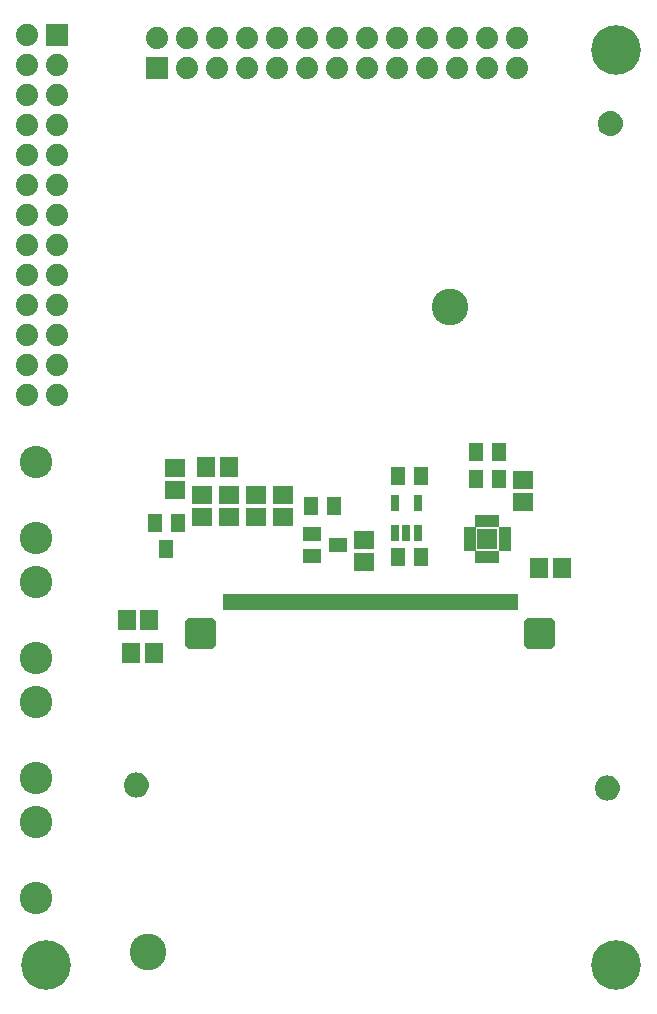
<source format=gbr>
G04 EAGLE Gerber RS-274X export*
G75*
%MOMM*%
%FSLAX34Y34*%
%LPD*%
%INSoldermask Top*%
%IPPOS*%
%AMOC8*
5,1,8,0,0,1.08239X$1,22.5*%
G01*
%ADD10R,1.703200X1.503200*%
%ADD11R,1.203200X1.603200*%
%ADD12R,0.753200X1.403200*%
%ADD13R,1.303200X1.603200*%
%ADD14R,1.603200X1.203200*%
%ADD15R,0.478200X1.403200*%
%ADD16C,0.806991*%
%ADD17R,1.703200X1.703200*%
%ADD18R,1.003200X0.483200*%
%ADD19R,0.483200X1.003200*%
%ADD20R,1.503200X1.703200*%
%ADD21R,1.879600X1.879600*%
%ADD22C,1.879600*%
%ADD23C,3.103200*%
%ADD24C,4.203200*%
%ADD25C,2.743200*%

G36*
X517412Y740090D02*
X517412Y740090D01*
X517455Y740102D01*
X517521Y740109D01*
X519204Y740560D01*
X519245Y740579D01*
X519308Y740598D01*
X520888Y741335D01*
X520925Y741361D01*
X520984Y741390D01*
X522412Y742390D01*
X522443Y742422D01*
X522496Y742461D01*
X523729Y743694D01*
X523754Y743730D01*
X523800Y743778D01*
X524800Y745206D01*
X524818Y745247D01*
X524855Y745302D01*
X525592Y746882D01*
X525603Y746925D01*
X525630Y746986D01*
X526081Y748669D01*
X526083Y748701D01*
X526090Y748722D01*
X526090Y748737D01*
X526100Y748778D01*
X526252Y750515D01*
X526248Y750559D01*
X526252Y750625D01*
X526100Y752362D01*
X526088Y752405D01*
X526081Y752471D01*
X525630Y754154D01*
X525611Y754195D01*
X525592Y754258D01*
X524855Y755838D01*
X524829Y755875D01*
X524800Y755934D01*
X523800Y757362D01*
X523768Y757393D01*
X523729Y757446D01*
X522496Y758679D01*
X522460Y758704D01*
X522412Y758750D01*
X520984Y759750D01*
X520943Y759768D01*
X520888Y759805D01*
X519308Y760542D01*
X519265Y760553D01*
X519204Y760580D01*
X517521Y761031D01*
X517476Y761034D01*
X517412Y761050D01*
X515675Y761202D01*
X515631Y761198D01*
X515565Y761202D01*
X513828Y761050D01*
X513785Y761038D01*
X513719Y761031D01*
X512036Y760580D01*
X511995Y760561D01*
X511932Y760542D01*
X510352Y759805D01*
X510315Y759779D01*
X510256Y759750D01*
X508828Y758750D01*
X508797Y758718D01*
X508744Y758679D01*
X507511Y757446D01*
X507486Y757410D01*
X507440Y757362D01*
X506440Y755934D01*
X506422Y755893D01*
X506385Y755838D01*
X505648Y754258D01*
X505637Y754215D01*
X505610Y754154D01*
X505159Y752471D01*
X505156Y752426D01*
X505140Y752362D01*
X504988Y750625D01*
X504992Y750581D01*
X504988Y750515D01*
X505140Y748778D01*
X505152Y748735D01*
X505156Y748701D01*
X505156Y748685D01*
X505158Y748680D01*
X505159Y748669D01*
X505610Y746986D01*
X505629Y746945D01*
X505648Y746882D01*
X506385Y745302D01*
X506411Y745265D01*
X506440Y745206D01*
X507440Y743778D01*
X507472Y743747D01*
X507511Y743694D01*
X508744Y742461D01*
X508780Y742436D01*
X508828Y742390D01*
X510256Y741390D01*
X510297Y741372D01*
X510352Y741335D01*
X511932Y740598D01*
X511975Y740587D01*
X512036Y740560D01*
X513719Y740109D01*
X513764Y740106D01*
X513828Y740090D01*
X515565Y739938D01*
X515609Y739942D01*
X515675Y739938D01*
X517412Y740090D01*
G37*
G36*
X116092Y180020D02*
X116092Y180020D01*
X116135Y180032D01*
X116201Y180039D01*
X117884Y180490D01*
X117925Y180509D01*
X117988Y180528D01*
X119568Y181265D01*
X119605Y181291D01*
X119664Y181320D01*
X121092Y182320D01*
X121123Y182352D01*
X121176Y182391D01*
X122409Y183624D01*
X122434Y183660D01*
X122480Y183708D01*
X123480Y185136D01*
X123498Y185177D01*
X123535Y185232D01*
X124272Y186812D01*
X124283Y186855D01*
X124310Y186916D01*
X124761Y188599D01*
X124763Y188631D01*
X124770Y188652D01*
X124770Y188667D01*
X124780Y188708D01*
X124932Y190445D01*
X124928Y190489D01*
X124932Y190555D01*
X124780Y192292D01*
X124768Y192335D01*
X124761Y192401D01*
X124310Y194084D01*
X124291Y194125D01*
X124272Y194188D01*
X123535Y195768D01*
X123509Y195805D01*
X123480Y195864D01*
X122480Y197292D01*
X122448Y197323D01*
X122409Y197376D01*
X121176Y198609D01*
X121140Y198634D01*
X121092Y198680D01*
X119664Y199680D01*
X119623Y199698D01*
X119568Y199735D01*
X117988Y200472D01*
X117945Y200483D01*
X117884Y200510D01*
X116201Y200961D01*
X116156Y200964D01*
X116092Y200980D01*
X114355Y201132D01*
X114311Y201128D01*
X114245Y201132D01*
X112508Y200980D01*
X112465Y200968D01*
X112399Y200961D01*
X110716Y200510D01*
X110675Y200491D01*
X110612Y200472D01*
X109032Y199735D01*
X108995Y199709D01*
X108936Y199680D01*
X107508Y198680D01*
X107477Y198648D01*
X107424Y198609D01*
X106191Y197376D01*
X106166Y197340D01*
X106120Y197292D01*
X105120Y195864D01*
X105102Y195823D01*
X105065Y195768D01*
X104328Y194188D01*
X104317Y194145D01*
X104290Y194084D01*
X103839Y192401D01*
X103836Y192356D01*
X103820Y192292D01*
X103668Y190555D01*
X103672Y190511D01*
X103668Y190445D01*
X103820Y188708D01*
X103832Y188665D01*
X103836Y188631D01*
X103836Y188615D01*
X103838Y188610D01*
X103839Y188599D01*
X104290Y186916D01*
X104309Y186875D01*
X104328Y186812D01*
X105065Y185232D01*
X105091Y185195D01*
X105120Y185136D01*
X106120Y183708D01*
X106152Y183677D01*
X106191Y183624D01*
X107424Y182391D01*
X107460Y182366D01*
X107508Y182320D01*
X108936Y181320D01*
X108977Y181302D01*
X109032Y181265D01*
X110612Y180528D01*
X110655Y180517D01*
X110716Y180490D01*
X112399Y180039D01*
X112444Y180036D01*
X112508Y180020D01*
X114245Y179868D01*
X114289Y179872D01*
X114355Y179868D01*
X116092Y180020D01*
G37*
G36*
X514872Y177480D02*
X514872Y177480D01*
X514915Y177492D01*
X514981Y177499D01*
X516664Y177950D01*
X516705Y177969D01*
X516768Y177988D01*
X518348Y178725D01*
X518385Y178751D01*
X518444Y178780D01*
X519872Y179780D01*
X519903Y179812D01*
X519956Y179851D01*
X521189Y181084D01*
X521214Y181120D01*
X521260Y181168D01*
X522260Y182596D01*
X522278Y182637D01*
X522315Y182692D01*
X523052Y184272D01*
X523063Y184315D01*
X523090Y184376D01*
X523541Y186059D01*
X523543Y186091D01*
X523550Y186112D01*
X523550Y186127D01*
X523560Y186168D01*
X523712Y187905D01*
X523708Y187949D01*
X523712Y188015D01*
X523560Y189752D01*
X523548Y189795D01*
X523541Y189861D01*
X523090Y191544D01*
X523071Y191585D01*
X523052Y191648D01*
X522315Y193228D01*
X522289Y193265D01*
X522260Y193324D01*
X521260Y194752D01*
X521228Y194783D01*
X521189Y194836D01*
X519956Y196069D01*
X519920Y196094D01*
X519872Y196140D01*
X518444Y197140D01*
X518403Y197158D01*
X518348Y197195D01*
X516768Y197932D01*
X516725Y197943D01*
X516664Y197970D01*
X514981Y198421D01*
X514936Y198424D01*
X514872Y198440D01*
X513135Y198592D01*
X513091Y198588D01*
X513025Y198592D01*
X511288Y198440D01*
X511245Y198428D01*
X511179Y198421D01*
X509496Y197970D01*
X509455Y197951D01*
X509392Y197932D01*
X507812Y197195D01*
X507775Y197169D01*
X507716Y197140D01*
X506288Y196140D01*
X506257Y196108D01*
X506204Y196069D01*
X504971Y194836D01*
X504946Y194800D01*
X504900Y194752D01*
X503900Y193324D01*
X503882Y193283D01*
X503845Y193228D01*
X503108Y191648D01*
X503097Y191605D01*
X503070Y191544D01*
X502619Y189861D01*
X502616Y189816D01*
X502600Y189752D01*
X502448Y188015D01*
X502452Y187971D01*
X502448Y187905D01*
X502600Y186168D01*
X502612Y186125D01*
X502616Y186091D01*
X502616Y186075D01*
X502618Y186070D01*
X502619Y186059D01*
X503070Y184376D01*
X503089Y184335D01*
X503108Y184272D01*
X503845Y182692D01*
X503871Y182655D01*
X503900Y182596D01*
X504900Y181168D01*
X504932Y181137D01*
X504971Y181084D01*
X506204Y179851D01*
X506240Y179826D01*
X506288Y179780D01*
X507716Y178780D01*
X507757Y178762D01*
X507812Y178725D01*
X509392Y177988D01*
X509435Y177977D01*
X509496Y177950D01*
X511179Y177499D01*
X511224Y177496D01*
X511288Y177480D01*
X513025Y177328D01*
X513069Y177332D01*
X513135Y177328D01*
X514872Y177480D01*
G37*
D10*
X170180Y436220D03*
X170180Y417220D03*
X193040Y436220D03*
X193040Y417220D03*
X215900Y436220D03*
X215900Y417220D03*
X238760Y436220D03*
X238760Y417220D03*
D11*
X139700Y390320D03*
X130200Y412320D03*
X149200Y412320D03*
D10*
X147320Y459080D03*
X147320Y440080D03*
D12*
X333400Y403560D03*
X342900Y403560D03*
X352400Y403560D03*
X352400Y429560D03*
X333400Y429560D03*
D13*
X401480Y449580D03*
X421480Y449580D03*
X281780Y426720D03*
X261780Y426720D03*
X401480Y472440D03*
X421480Y472440D03*
X335440Y452120D03*
X355440Y452120D03*
X355440Y383540D03*
X335440Y383540D03*
D14*
X285320Y393700D03*
X263320Y384200D03*
X263320Y403200D03*
D15*
X189920Y345680D03*
X194920Y345680D03*
X199920Y345680D03*
X204920Y345680D03*
X209920Y345680D03*
X214920Y345680D03*
X219920Y345680D03*
X224920Y345680D03*
X229920Y345680D03*
X234920Y345680D03*
X239920Y345680D03*
X244920Y345680D03*
X249920Y345680D03*
X254920Y345680D03*
X259920Y345680D03*
X264920Y345680D03*
X269920Y345680D03*
X274920Y345680D03*
X279920Y345680D03*
X284920Y345680D03*
X289920Y345680D03*
X294920Y345680D03*
X299920Y345680D03*
X304920Y345680D03*
X309920Y345680D03*
X314920Y345680D03*
X319920Y345680D03*
X324920Y345680D03*
X329920Y345680D03*
X334920Y345680D03*
X339920Y345680D03*
X344920Y345680D03*
X349920Y345680D03*
X354920Y345680D03*
X359920Y345680D03*
X364920Y345680D03*
X369920Y345680D03*
X374920Y345680D03*
X379920Y345680D03*
X384920Y345680D03*
X389920Y345680D03*
X394920Y345680D03*
X399920Y345680D03*
X404920Y345680D03*
X409920Y345680D03*
X414920Y345680D03*
X419920Y345680D03*
X424920Y345680D03*
X429920Y345680D03*
X434920Y345680D03*
D16*
X177901Y309699D02*
X159939Y309699D01*
X159939Y327661D01*
X177901Y327661D01*
X177901Y309699D01*
X177901Y317365D02*
X159939Y317365D01*
X159939Y325031D02*
X177901Y325031D01*
X446939Y309699D02*
X464901Y309699D01*
X446939Y309699D02*
X446939Y327661D01*
X464901Y327661D01*
X464901Y309699D01*
X464901Y317365D02*
X446939Y317365D01*
X446939Y325031D02*
X464901Y325031D01*
D10*
X307340Y379120D03*
X307340Y398120D03*
D17*
X411480Y398780D03*
D18*
X426480Y391280D03*
X426480Y396280D03*
X426480Y401280D03*
X426480Y406280D03*
D19*
X418980Y413780D03*
X413980Y413780D03*
X408980Y413780D03*
X403980Y413780D03*
D18*
X396480Y406280D03*
X396480Y401280D03*
X396480Y396280D03*
X396480Y391280D03*
D19*
X403980Y383780D03*
X408980Y383780D03*
X413980Y383780D03*
X418980Y383780D03*
D10*
X441960Y429920D03*
X441960Y448920D03*
D20*
X173380Y459740D03*
X192380Y459740D03*
D21*
X46920Y825500D03*
D22*
X21520Y825500D03*
X46920Y800100D03*
X21520Y800100D03*
X46920Y774700D03*
X21520Y774700D03*
X46920Y749300D03*
X21520Y749300D03*
X46920Y723900D03*
X21520Y723900D03*
X46920Y698500D03*
X21520Y698500D03*
X46920Y673100D03*
X21520Y673100D03*
X46920Y647700D03*
X21520Y647700D03*
X46920Y622300D03*
X21520Y622300D03*
X46920Y596900D03*
X21520Y596900D03*
X46920Y571500D03*
X21520Y571500D03*
X46920Y546100D03*
X21520Y546100D03*
X46920Y520700D03*
X21520Y520700D03*
D23*
X380000Y595000D03*
X124000Y49000D03*
D21*
X132080Y797560D03*
D22*
X132080Y822960D03*
X157480Y797560D03*
X157480Y822960D03*
X182880Y797560D03*
X182880Y822960D03*
X208280Y797560D03*
X208280Y822960D03*
X233680Y797560D03*
X233680Y822960D03*
X259080Y797560D03*
X259080Y822960D03*
X284480Y797560D03*
X284480Y822960D03*
X309880Y797560D03*
X309880Y822960D03*
X335280Y797560D03*
X335280Y822960D03*
X360680Y797560D03*
X360680Y822960D03*
X386080Y797560D03*
X386080Y822960D03*
X411480Y797560D03*
X411480Y822960D03*
X436880Y797560D03*
X436880Y822960D03*
D24*
X38100Y38100D03*
X520700Y812800D03*
X520700Y38100D03*
D20*
X474320Y374650D03*
X455320Y374650D03*
X109880Y302260D03*
X128880Y302260D03*
X106070Y330200D03*
X125070Y330200D03*
D25*
X29210Y159500D03*
X29210Y94500D03*
X29210Y261100D03*
X29210Y196100D03*
X29210Y362700D03*
X29210Y297700D03*
X29210Y464300D03*
X29210Y399300D03*
M02*

</source>
